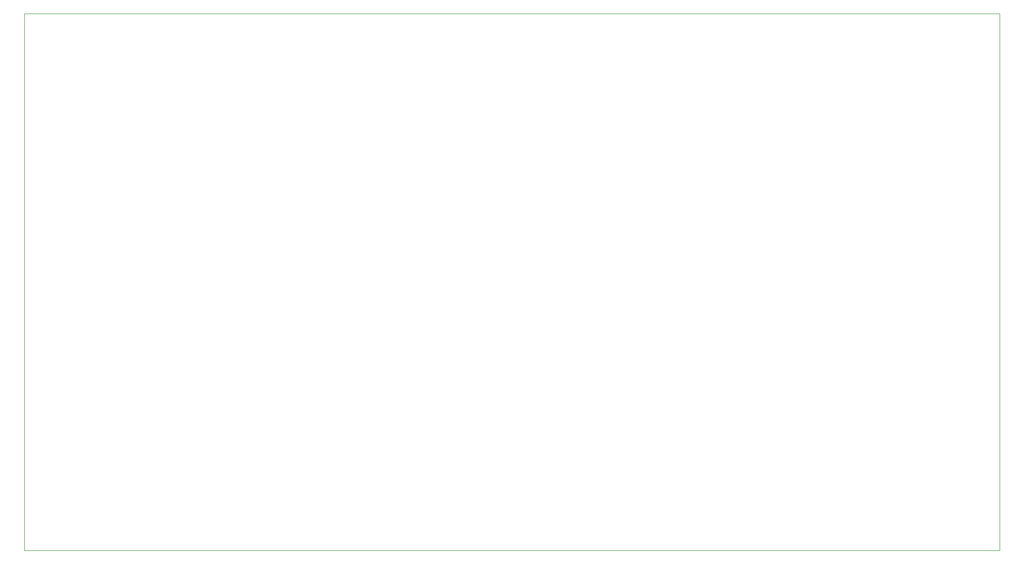
<source format=gbr>
G04 #@! TF.GenerationSoftware,KiCad,Pcbnew,(5.1.10-1-10_14)*
G04 #@! TF.CreationDate,2021-08-09T19:17:05+02:00*
G04 #@! TF.ProjectId,A3660_shanshe_mod2,41333636-305f-4736-9861-6e7368655f6d,rev?*
G04 #@! TF.SameCoordinates,Original*
G04 #@! TF.FileFunction,Profile,NP*
%FSLAX46Y46*%
G04 Gerber Fmt 4.6, Leading zero omitted, Abs format (unit mm)*
G04 Created by KiCad (PCBNEW (5.1.10-1-10_14)) date 2021-08-09 19:17:05*
%MOMM*%
%LPD*%
G01*
G04 APERTURE LIST*
G04 #@! TA.AperFunction,Profile*
%ADD10C,0.050000*%
G04 #@! TD*
G04 APERTURE END LIST*
D10*
X254190500Y-28702000D02*
X254190500Y-125730000D01*
X78041500Y-28702000D02*
X254190500Y-28702000D01*
X78041500Y-125730000D02*
X78041500Y-28702000D01*
X78041500Y-125730000D02*
X254190500Y-125730000D01*
M02*

</source>
